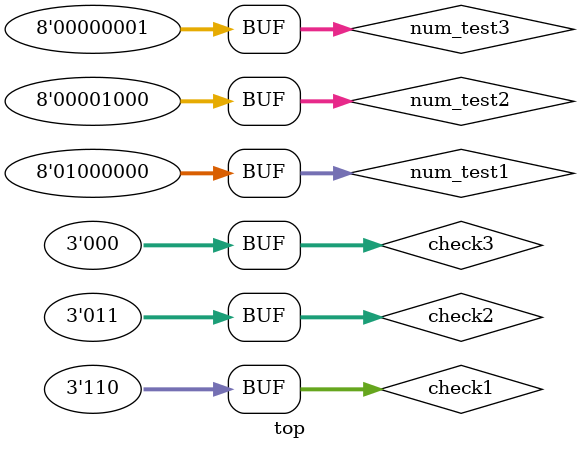
<source format=v>
`include "log.v"

module top();

wire [7:0] num_test1 = 8'b01000000;
wire [7:0] num_test2 = 8'b00001000;
wire [7:0] num_test3 = 8'b00000001;

wire [2:0] result1;
wire [2:0] result2;
wire [2:0] result3;

wire [2:0] check1 = 6;
wire [2:0] check2 = 3;
wire [2:0] check3 = 0;

get_pow test1_get_pow
(
	.number	(num_test1),
	.pow	(result1)
);

get_pow test2_get_pow
(
	.number	(num_test2),
	.pow	(result2)
);

get_pow test3_get_pow
(
	.number	(num_test3),
	.pow	(result3)
);

endmodule
</source>
